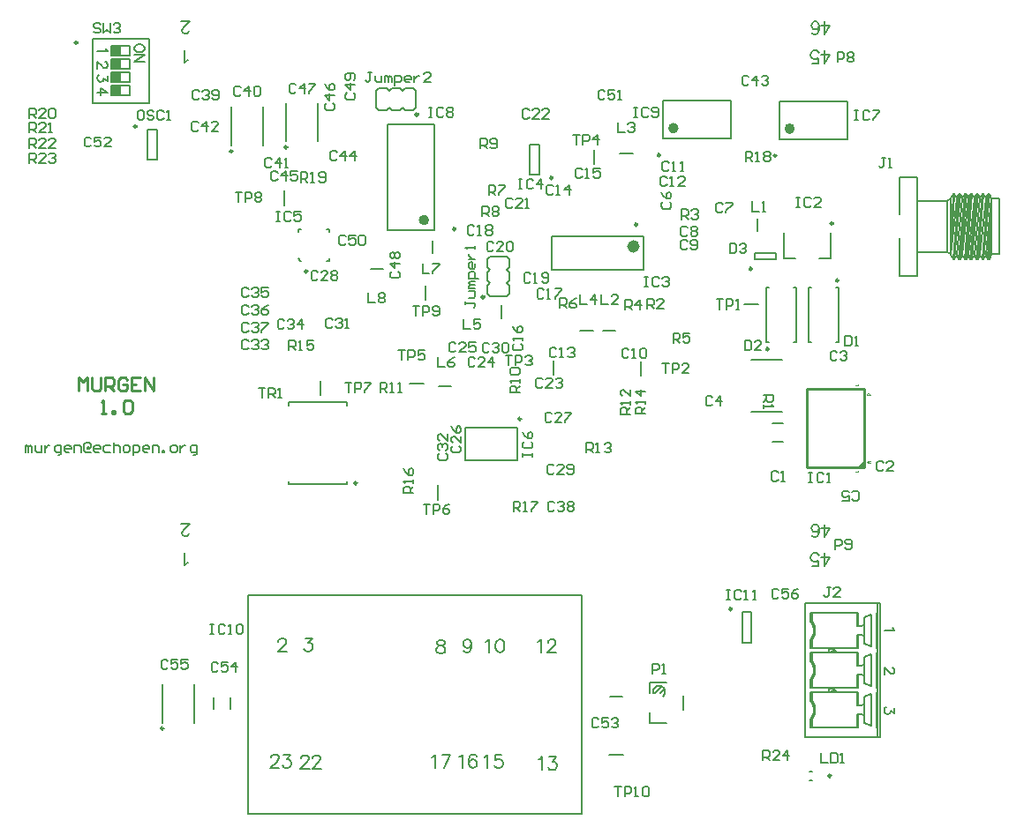
<source format=gto>
G04 Layer_Color=65535*
%FSLAX23Y23*%
%MOIN*%
G70*
G01*
G75*
%ADD50C,0.010*%
%ADD74C,0.010*%
%ADD75C,0.020*%
%ADD76C,0.024*%
%ADD77C,0.008*%
%ADD78C,0.012*%
%ADD79C,0.007*%
%ADD80C,0.005*%
%ADD81C,0.004*%
%ADD82C,0.006*%
%ADD83R,0.035X0.035*%
D50*
X3042Y711D02*
X3258D01*
X3042Y416D02*
Y711D01*
Y416D02*
X3258D01*
Y711D01*
X3239Y416D02*
X3258Y436D01*
X377Y620D02*
X394D01*
X385D01*
Y670D01*
X377Y662D01*
X419Y620D02*
Y628D01*
X427D01*
Y620D01*
X419D01*
X460Y662D02*
X469Y670D01*
X485D01*
X494Y662D01*
Y628D01*
X485Y620D01*
X469D01*
X460Y628D01*
Y662D01*
X292Y705D02*
Y755D01*
X309Y738D01*
X325Y755D01*
Y705D01*
X342Y755D02*
Y713D01*
X350Y705D01*
X367D01*
X375Y713D01*
Y755D01*
X392Y705D02*
Y755D01*
X417D01*
X425Y747D01*
Y730D01*
X417Y722D01*
X392D01*
X409D02*
X425Y705D01*
X475Y747D02*
X467Y755D01*
X450D01*
X442Y747D01*
Y713D01*
X450Y705D01*
X467D01*
X475Y713D01*
Y730D01*
X459D01*
X525Y755D02*
X492D01*
Y705D01*
X525D01*
X492Y730D02*
X509D01*
X542Y705D02*
Y755D01*
X575Y705D01*
Y755D01*
D74*
X2487Y1596D02*
G03*
X2487Y1596I-5J0D01*
G01*
X2926Y1594D02*
G03*
X2926Y1594I-5J0D01*
G01*
X2834Y1166D02*
G03*
X2834Y1166I-5J0D01*
G01*
X2401Y1334D02*
G03*
X2401Y1334I-5J0D01*
G01*
X1714Y1317D02*
G03*
X1714Y1317I-5J0D01*
G01*
X1079Y1626D02*
G03*
X1079Y1626I-5J0D01*
G01*
X872Y1611D02*
G03*
X872Y1611I-5J0D01*
G01*
X510Y1704D02*
G03*
X510Y1704I-5J0D01*
G01*
X287Y2021D02*
G03*
X287Y2021I-5J0D01*
G01*
X2757Y-120D02*
G03*
X2757Y-120I-5J0D01*
G01*
X612Y-571D02*
G03*
X612Y-571I-5J0D01*
G01*
X3140Y1338D02*
G03*
X3140Y1338I-5J0D01*
G01*
X2897Y863D02*
G03*
X2897Y863I-5J0D01*
G01*
X3161Y1122D02*
G03*
X3161Y1122I-5J0D01*
G01*
X1962Y599D02*
G03*
X1962Y599I-5J0D01*
G01*
X1342Y356D02*
G03*
X1342Y356I-5J0D01*
G01*
X1155Y1157D02*
G03*
X1155Y1157I-5J0D01*
G01*
X3132Y-750D02*
G03*
X3132Y-750I-5J0D01*
G01*
X2081Y1510D02*
G03*
X2081Y1510I-5J0D01*
G01*
D75*
X2547Y1698D02*
G03*
X2547Y1698I-10J0D01*
G01*
X2986Y1696D02*
G03*
X2986Y1696I-10J0D01*
G01*
X1605Y1351D02*
G03*
X1605Y1351I-10J0D01*
G01*
D76*
X2398Y1251D02*
G03*
X2398Y1251I-12J0D01*
G01*
D77*
X2498Y-448D02*
G03*
X2462Y-438I-15J16D01*
G01*
X2498Y-451D02*
G03*
X2460Y-438I-15J18D01*
G01*
X3061Y-536D02*
G03*
X3061Y-466I-47J35D01*
G01*
X3056Y-535D02*
G03*
X3056Y-467I-42J34D01*
G01*
X3257Y-525D02*
G03*
X3249Y-517I-8J0D01*
G01*
Y-485D02*
G03*
X3257Y-477I0J8D01*
G01*
X3059Y-536D02*
G03*
X3061Y-536I117J343D01*
G01*
X3059Y-466D02*
G03*
X3056Y-467I108J-317D01*
G01*
X3061Y-386D02*
G03*
X3061Y-316I-47J35D01*
G01*
X3056Y-385D02*
G03*
X3056Y-317I-42J34D01*
G01*
X3257Y-375D02*
G03*
X3249Y-367I-8J0D01*
G01*
Y-335D02*
G03*
X3257Y-327I0J8D01*
G01*
X3059Y-386D02*
G03*
X3061Y-386I117J343D01*
G01*
X3059Y-316D02*
G03*
X3056Y-317I108J-317D01*
G01*
X3061Y-236D02*
G03*
X3061Y-166I-47J35D01*
G01*
X3056Y-235D02*
G03*
X3056Y-167I-42J34D01*
G01*
X3257Y-225D02*
G03*
X3249Y-217I-8J0D01*
G01*
Y-185D02*
G03*
X3257Y-177I0J8D01*
G01*
X3059Y-236D02*
G03*
X3061Y-236I117J343D01*
G01*
X3059Y-166D02*
G03*
X3056Y-167I108J-317D01*
G01*
X2293Y-672D02*
X2347D01*
X1887Y980D02*
Y1028D01*
X2912Y583D02*
X2952D01*
X2912Y513D02*
X2952D01*
X1628Y1225D02*
Y1273D01*
X1394Y1166D02*
X1442D01*
X1541Y731D02*
X1595D01*
X1648Y294D02*
Y348D01*
X2271Y932D02*
X2318D01*
X2186Y932D02*
X2233D01*
X2086Y765D02*
Y818D01*
X2414Y762D02*
Y815D01*
X2498Y1658D02*
X2754D01*
X2498D02*
Y1802D01*
X2754D01*
Y1658D02*
Y1802D01*
X2937Y1656D02*
X3193D01*
X2937D02*
Y1800D01*
X3193D01*
Y1656D02*
Y1800D01*
X2845Y1204D02*
X2923D01*
X2845D02*
Y1226D01*
X2923D01*
Y1204D02*
Y1226D01*
X2805Y1034D02*
X2859D01*
X2855Y1309D02*
Y1356D01*
X2335Y1602D02*
X2383D01*
X2237Y1563D02*
Y1616D01*
X2079Y1290D02*
X2425D01*
X2079Y1164D02*
X2425D01*
Y1290D01*
X2079Y1164D02*
Y1290D01*
X1635Y1312D02*
Y1713D01*
X1457Y1312D02*
X1635D01*
X1457D02*
Y1713D01*
X1635D01*
X1194Y1648D02*
Y1794D01*
X1076Y1648D02*
Y1794D01*
X1068Y1407D02*
Y1461D01*
X987Y1633D02*
Y1778D01*
X869Y1633D02*
Y1778D01*
X551Y1578D02*
Y1693D01*
X589D01*
Y1578D02*
Y1693D01*
X551Y1578D02*
X589D01*
X345Y1793D02*
Y2037D01*
X557D01*
Y1793D02*
Y2037D01*
X345Y1793D02*
X557D01*
X416Y1824D02*
Y1860D01*
X486D01*
X486Y1824D02*
X486Y1860D01*
X416Y1874D02*
X486D01*
X416D02*
Y1910D01*
X486D01*
X486Y1874D02*
X486Y1910D01*
X416Y1924D02*
X486D01*
X416D02*
Y1960D01*
X486D01*
X486Y1924D02*
X486Y1960D01*
X416Y1974D02*
X486D01*
X416D02*
Y2010D01*
X486D01*
X486Y1974D02*
X486Y2010D01*
X416Y1824D02*
X486D01*
X1600Y1049D02*
Y1103D01*
X1206Y690D02*
Y744D01*
X931Y-895D02*
X2190D01*
X931D02*
Y-69D01*
X2190D01*
Y-895D02*
Y-69D01*
X2297Y-450D02*
X2343D01*
X2448Y-552D02*
X2512D01*
X2448D02*
Y-512D01*
Y-398D02*
X2512D01*
X2574Y-501D02*
Y-449D01*
X2467Y-438D02*
X2492Y-413D01*
X2488Y-438D02*
X2502Y-423D01*
X2448Y-438D02*
Y-398D01*
X2798Y-246D02*
X2832D01*
Y-132D01*
X2798D02*
X2832D01*
X2798Y-246D02*
Y-132D01*
X1907Y1164D02*
X1917Y1174D01*
X1907Y1164D02*
X1917Y1154D01*
Y1124D02*
Y1154D01*
X1907Y1114D02*
X1917Y1124D01*
X1907Y1114D02*
X1917Y1104D01*
Y1074D02*
Y1104D01*
Y1174D02*
Y1204D01*
X1907Y1214D02*
X1917Y1204D01*
X1907Y1064D02*
X1917Y1074D01*
X1843Y1214D02*
X1907D01*
X1833Y1074D02*
X1843Y1064D01*
X1833Y1204D02*
X1843Y1214D01*
X1833Y1174D02*
Y1204D01*
X1843Y1064D02*
X1907D01*
X1833Y1074D02*
Y1104D01*
X1843Y1114D01*
X1833Y1124D02*
X1843Y1114D01*
X1833Y1124D02*
Y1154D01*
X1843Y1164D01*
X1833Y1174D02*
X1843Y1164D01*
X1454Y1849D02*
X1464Y1839D01*
X1474Y1849D01*
X1504D01*
X1514Y1839D01*
X1524Y1849D01*
X1554D01*
X1424D02*
X1454D01*
X1414Y1839D02*
X1424Y1849D01*
X1554D02*
X1564Y1839D01*
X1414Y1775D02*
Y1839D01*
X1554Y1765D02*
X1564Y1775D01*
X1414D02*
X1424Y1765D01*
X1454D01*
X1564Y1775D02*
Y1839D01*
X1524Y1765D02*
X1554D01*
X1514Y1775D02*
X1524Y1765D01*
X1504D02*
X1514Y1775D01*
X1474Y1765D02*
X1504D01*
X1464Y1775D02*
X1474Y1765D01*
X1454D02*
X1464Y1775D01*
X727Y-550D02*
Y-404D01*
X609Y-550D02*
Y-404D01*
X3392Y1371D02*
Y1513D01*
X3457D01*
X3392Y1139D02*
X3457D01*
X3731Y1204D02*
X3739Y1431D01*
X3726Y1204D02*
X3739Y1431D01*
X3717Y1219D02*
X3739Y1431D01*
X3709Y1204D02*
X3731Y1448D01*
X3703Y1204D02*
X3726Y1448D01*
X3695Y1219D02*
X3717Y1433D01*
X3687Y1204D02*
X3709Y1448D01*
X3681Y1204D02*
X3703Y1448D01*
X3673Y1219D02*
X3695Y1433D01*
X3665Y1204D02*
X3687Y1448D01*
X3659Y1204D02*
X3681Y1448D01*
X3651Y1219D02*
X3673Y1433D01*
X3643Y1204D02*
X3665Y1448D01*
X3637Y1204D02*
X3659Y1448D01*
X3629Y1219D02*
X3651Y1433D01*
X3621Y1204D02*
X3643Y1448D01*
X3615Y1204D02*
X3637Y1448D01*
X3585Y1219D02*
X3599Y1448D01*
X3585Y1221D02*
X3593Y1448D01*
X3585Y1219D02*
X3607Y1433D01*
Y1219D02*
X3629Y1433D01*
X3599Y1204D02*
X3621Y1448D01*
X3593Y1204D02*
X3615Y1448D01*
X3457Y1423D02*
X3570D01*
X3739Y1431D02*
X3767D01*
Y1221D02*
Y1431D01*
X3739Y1221D02*
X3767D01*
X3457Y1230D02*
X3570D01*
Y1423D01*
Y1423D02*
X3585Y1431D01*
Y1219D02*
Y1433D01*
X3593Y1448D01*
X3599D01*
X3607Y1433D01*
X3615Y1448D01*
X3621D01*
X3629Y1433D01*
X3637Y1448D01*
X3643D01*
X3651Y1433D01*
X3659Y1448D01*
X3665D01*
X3673Y1433D01*
X3681Y1448D01*
X3687D01*
X3695Y1433D01*
X3703Y1448D01*
X3709D01*
X3717Y1433D01*
X3726Y1448D01*
X3731D01*
X3739Y1431D01*
Y1219D02*
Y1431D01*
X3731Y1204D02*
X3739Y1219D01*
X3726Y1204D02*
X3731D01*
X3717Y1219D02*
X3726Y1204D01*
X3709D02*
X3717Y1219D01*
X3703Y1204D02*
X3709D01*
X3695Y1219D02*
X3703Y1204D01*
X3687D02*
X3695Y1219D01*
X3681Y1204D02*
X3687D01*
X3673Y1219D02*
X3681Y1204D01*
X3665D02*
X3673Y1219D01*
X3659Y1204D02*
X3665D01*
X3651Y1219D02*
X3659Y1204D01*
X3643D02*
X3651Y1219D01*
X3637Y1204D02*
X3643D01*
X3629Y1219D02*
X3637Y1204D01*
X3621D02*
X3629Y1219D01*
X3615Y1204D02*
X3621D01*
X3607Y1219D02*
X3615Y1204D01*
X3599D02*
X3607Y1219D01*
X3593Y1204D02*
X3599D01*
X3585Y1219D02*
X3593Y1204D01*
X3570Y1230D02*
X3585Y1221D01*
X3392Y1139D02*
Y1281D01*
X3457Y1139D02*
Y1513D01*
X2954Y1206D02*
X2998D01*
X3088D02*
X3132D01*
X2954D02*
Y1304D01*
X3132Y1206D02*
Y1304D01*
X2887Y888D02*
Y1097D01*
X3001Y888D02*
Y1097D01*
X2887Y888D02*
X2898D01*
X2887Y1097D02*
X2898D01*
X2990Y888D02*
X3001D01*
X2990Y1097D02*
X3001D01*
X3161Y888D02*
Y1097D01*
X3047Y888D02*
Y1097D01*
X3150D02*
X3161D01*
X3150Y888D02*
X3161D01*
X3047Y1097D02*
X3058D01*
X3047Y888D02*
X3058D01*
X2830Y626D02*
X2948D01*
X2830Y823D02*
X2948D01*
X1751Y566D02*
X1947D01*
X1751Y444D02*
X1947D01*
Y566D01*
X1751Y444D02*
Y566D01*
X1650Y724D02*
X1697D01*
X1303Y650D02*
Y661D01*
X1083Y650D02*
Y661D01*
X1303Y351D02*
Y362D01*
X1083Y351D02*
Y362D01*
Y351D02*
X1303D01*
X1083Y661D02*
X1303D01*
X1239Y1305D02*
Y1315D01*
X1229D02*
X1239D01*
Y1197D02*
Y1207D01*
X1229Y1197D02*
X1239D01*
X1121Y1305D02*
Y1315D01*
X1131D01*
X1121Y1205D02*
Y1207D01*
Y1205D02*
X1129Y1197D01*
X1131D01*
X863Y-499D02*
Y-455D01*
X801Y-499D02*
Y-455D01*
X3034Y-99D02*
X3319D01*
X3306Y-568D02*
X3309D01*
X3056D02*
Y-535D01*
X3231Y-568D02*
Y-517D01*
X3056Y-434D02*
X3236D01*
X3061Y-568D02*
Y-536D01*
X3056Y-467D02*
Y-434D01*
X3061Y-466D02*
Y-434D01*
X3056Y-568D02*
X3236D01*
X3306D02*
Y-568D01*
Y-434D01*
X3309Y-568D02*
Y-568D01*
X3236Y-485D02*
Y-434D01*
X3257Y-452D02*
X3284Y-442D01*
Y-560D02*
Y-442D01*
X3257Y-550D02*
X3284Y-560D01*
X3236Y-568D02*
Y-517D01*
X3231Y-485D02*
X3249D01*
X3231Y-517D02*
X3249D01*
X3257Y-550D02*
Y-452D01*
X3231Y-485D02*
Y-434D01*
X3057Y-535D02*
X3059Y-536D01*
X3056Y-535D02*
X3057Y-535D01*
X3059Y-466D02*
X3060Y-466D01*
X3061Y-466D01*
X3309Y-434D02*
Y-434D01*
X3306Y-434D02*
Y-434D01*
X3309D01*
X3306Y-418D02*
X3309D01*
X3056D02*
Y-385D01*
X3231Y-418D02*
Y-367D01*
X3056Y-284D02*
X3236D01*
X3061Y-418D02*
Y-386D01*
X3056Y-317D02*
Y-284D01*
X3061Y-316D02*
Y-284D01*
X3056Y-418D02*
X3236D01*
X3124Y-419D02*
X3152Y-426D01*
X3124Y-433D02*
X3152Y-426D01*
X3306Y-418D02*
Y-418D01*
Y-284D01*
X3309Y-418D02*
Y-418D01*
X3236Y-335D02*
Y-284D01*
X3257Y-302D02*
X3284Y-292D01*
Y-410D02*
Y-292D01*
X3257Y-400D02*
X3284Y-410D01*
X3236Y-418D02*
Y-367D01*
X3231Y-335D02*
X3249D01*
X3231Y-367D02*
X3249D01*
X3257Y-400D02*
Y-302D01*
X3231Y-335D02*
Y-284D01*
X3124Y-433D02*
Y-419D01*
X3057Y-385D02*
X3059Y-386D01*
X3056Y-385D02*
X3057Y-385D01*
X3059Y-316D02*
X3060Y-316D01*
X3061Y-316D01*
X3309Y-284D02*
Y-284D01*
X3306Y-284D02*
Y-284D01*
X3309D01*
X3306Y-268D02*
X3309D01*
X3056D02*
Y-235D01*
X3231Y-268D02*
Y-217D01*
X3056Y-134D02*
X3236D01*
X3061Y-268D02*
Y-236D01*
X3056Y-167D02*
Y-134D01*
X3061Y-166D02*
Y-134D01*
X3056Y-268D02*
X3236D01*
X3124Y-269D02*
X3152Y-276D01*
X3124Y-283D02*
X3152Y-276D01*
X3306Y-268D02*
Y-268D01*
Y-134D01*
X3309Y-268D02*
Y-268D01*
X3236Y-185D02*
Y-134D01*
X3257Y-152D02*
X3284Y-142D01*
Y-260D02*
Y-142D01*
X3257Y-250D02*
X3284Y-260D01*
X3236Y-268D02*
Y-217D01*
X3231Y-185D02*
X3249D01*
X3231Y-217D02*
X3249D01*
X3257Y-250D02*
Y-152D01*
X3231Y-185D02*
Y-134D01*
X3124Y-283D02*
Y-269D01*
X3057Y-235D02*
X3059Y-236D01*
X3056Y-235D02*
X3057Y-235D01*
X3059Y-166D02*
X3060Y-166D01*
X3061Y-166D01*
X3309Y-134D02*
Y-134D01*
X3306Y-134D02*
Y-134D01*
X3309D01*
X3034Y-603D02*
X3319D01*
X3309D02*
Y-99D01*
X3034Y-603D02*
Y-99D01*
X3319Y-603D02*
Y-99D01*
X3052Y-734D02*
X3060D01*
X3052Y-766D02*
X3060D01*
X1993Y1635D02*
X2030D01*
X1993Y1521D02*
Y1635D01*
Y1521D02*
X2030D01*
Y1635D01*
X393Y2000D02*
X395Y1996D01*
X400Y1990D01*
X361D01*
X391Y1948D02*
X393D01*
X397Y1946D01*
X398Y1944D01*
X400Y1940D01*
Y1933D01*
X398Y1929D01*
X397Y1927D01*
X393Y1926D01*
X389D01*
X385Y1927D01*
X380Y1931D01*
X361Y1950D01*
Y1924D01*
X540Y2004D02*
X538Y2007D01*
X535Y2011D01*
X531Y2013D01*
X525Y2015D01*
X516D01*
X510Y2013D01*
X507Y2011D01*
X503Y2007D01*
X501Y2004D01*
Y1996D01*
X503Y1992D01*
X507Y1989D01*
X510Y1987D01*
X516Y1985D01*
X525D01*
X531Y1987D01*
X535Y1989D01*
X538Y1992D01*
X540Y1996D01*
Y2004D01*
Y1976D02*
X501D01*
X540D02*
X501Y1949D01*
X540D02*
X501D01*
X400Y1896D02*
Y1876D01*
X385Y1887D01*
Y1881D01*
X383Y1877D01*
X382Y1876D01*
X376Y1874D01*
X372D01*
X367Y1876D01*
X363Y1879D01*
X361Y1885D01*
Y1890D01*
X363Y1896D01*
X365Y1898D01*
X368Y1900D01*
X400Y1831D02*
X374Y1850D01*
Y1822D01*
X400Y1831D02*
X361D01*
X703Y1955D02*
X698Y1953D01*
X692Y1946D01*
Y1994D01*
X709Y2067D02*
Y2065D01*
X706Y2060D01*
X704Y2058D01*
X700Y2056D01*
X691D01*
X686Y2058D01*
X684Y2060D01*
X682Y2065D01*
Y2069D01*
X684Y2074D01*
X688Y2080D01*
X711Y2103D01*
X679D01*
X3107Y1943D02*
X3129Y1975D01*
X3095D01*
X3107Y1943D02*
Y1991D01*
X3060Y1943D02*
X3083D01*
X3085Y1964D01*
X3083Y1961D01*
X3076Y1959D01*
X3069D01*
X3062Y1961D01*
X3058Y1966D01*
X3056Y1973D01*
Y1977D01*
X3058Y1984D01*
X3062Y1988D01*
X3069Y1991D01*
X3076D01*
X3083Y1988D01*
X3085Y1986D01*
X3087Y1982D01*
X3107Y2053D02*
X3129Y2085D01*
X3095D01*
X3107Y2053D02*
Y2101D01*
X3060Y2060D02*
X3062Y2056D01*
X3069Y2053D01*
X3074D01*
X3080Y2056D01*
X3085Y2062D01*
X3087Y2074D01*
Y2085D01*
X3085Y2094D01*
X3080Y2098D01*
X3074Y2101D01*
X3071D01*
X3065Y2098D01*
X3060Y2094D01*
X3058Y2087D01*
Y2085D01*
X3060Y2078D01*
X3065Y2074D01*
X3071Y2071D01*
X3074D01*
X3080Y2074D01*
X3085Y2078D01*
X3087Y2085D01*
X703Y55D02*
X698Y53D01*
X692Y46D01*
Y94D01*
X709Y167D02*
Y165D01*
X706Y160D01*
X704Y158D01*
X700Y156D01*
X691D01*
X686Y158D01*
X684Y160D01*
X682Y165D01*
Y169D01*
X684Y174D01*
X688Y180D01*
X711Y203D01*
X679D01*
X3107Y43D02*
X3129Y75D01*
X3095D01*
X3107Y43D02*
Y91D01*
X3060Y43D02*
X3083D01*
X3085Y64D01*
X3083Y61D01*
X3076Y59D01*
X3069D01*
X3062Y61D01*
X3058Y66D01*
X3056Y73D01*
Y77D01*
X3058Y84D01*
X3062Y88D01*
X3069Y91D01*
X3076D01*
X3083Y88D01*
X3085Y86D01*
X3087Y82D01*
X3107Y153D02*
X3129Y185D01*
X3095D01*
X3107Y153D02*
Y200D01*
X3060Y160D02*
X3062Y156D01*
X3069Y153D01*
X3074D01*
X3080Y156D01*
X3085Y162D01*
X3087Y174D01*
Y185D01*
X3085Y194D01*
X3080Y198D01*
X3074Y200D01*
X3071D01*
X3065Y198D01*
X3060Y194D01*
X3058Y187D01*
Y185D01*
X3060Y178D01*
X3065Y174D01*
X3071Y171D01*
X3074D01*
X3080Y174D01*
X3085Y178D01*
X3087Y185D01*
D78*
X1822Y1060D02*
G03*
X1822Y1060I-4J0D01*
G01*
X1572Y1750D02*
G03*
X1572Y1750I-4J0D01*
G01*
D79*
X2316Y-792D02*
X2341D01*
X2329D01*
Y-829D01*
X2353D02*
Y-792D01*
X2372D01*
X2378Y-798D01*
Y-811D01*
X2372Y-817D01*
X2353D01*
X2390Y-829D02*
X2403D01*
X2396D01*
Y-792D01*
X2390Y-798D01*
X2421D02*
X2427Y-792D01*
X2440D01*
X2446Y-798D01*
Y-823D01*
X2440Y-829D01*
X2427D01*
X2421Y-823D01*
Y-798D01*
X1386Y1075D02*
Y1038D01*
X1411D01*
X1423Y1069D02*
X1430Y1075D01*
X1442D01*
X1448Y1069D01*
Y1063D01*
X1442Y1057D01*
X1448Y1051D01*
Y1044D01*
X1442Y1038D01*
X1430D01*
X1423Y1044D01*
Y1051D01*
X1430Y1057D01*
X1423Y1063D01*
Y1069D01*
X1430Y1057D02*
X1442D01*
X1591Y1187D02*
Y1150D01*
X1616D01*
X1628Y1187D02*
X1653D01*
Y1181D01*
X1628Y1156D01*
Y1150D01*
X1554Y1026D02*
X1579D01*
X1566D01*
Y989D01*
X1591D02*
Y1026D01*
X1609D01*
X1616Y1020D01*
Y1007D01*
X1609Y1001D01*
X1591D01*
X1628Y995D02*
X1634Y989D01*
X1646D01*
X1653Y995D01*
Y1020D01*
X1646Y1026D01*
X1634D01*
X1628Y1020D01*
Y1014D01*
X1634Y1007D01*
X1653D01*
X2935Y-49D02*
X2928Y-43D01*
X2916D01*
X2910Y-49D01*
Y-74D01*
X2916Y-80D01*
X2928D01*
X2935Y-74D01*
X2972Y-43D02*
X2947D01*
Y-62D01*
X2959Y-55D01*
X2965D01*
X2972Y-62D01*
Y-74D01*
X2965Y-80D01*
X2953D01*
X2947Y-74D01*
X3009Y-43D02*
X2996Y-49D01*
X2984Y-62D01*
Y-74D01*
X2990Y-80D01*
X3002D01*
X3009Y-74D01*
Y-68D01*
X3002Y-62D01*
X2984D01*
X2876Y-692D02*
Y-655D01*
X2895D01*
X2901Y-661D01*
Y-674D01*
X2895Y-680D01*
X2876D01*
X2888D02*
X2901Y-692D01*
X2938D02*
X2913D01*
X2938Y-667D01*
Y-661D01*
X2932Y-655D01*
X2919D01*
X2913Y-661D01*
X2969Y-692D02*
Y-655D01*
X2950Y-674D01*
X2975D01*
X3095Y-665D02*
Y-702D01*
X3120D01*
X3132Y-665D02*
Y-702D01*
X3150D01*
X3157Y-696D01*
Y-671D01*
X3150Y-665D01*
X3132D01*
X3169Y-702D02*
X3181D01*
X3175D01*
Y-665D01*
X3169Y-671D01*
X2738Y-47D02*
X2750D01*
X2744D01*
Y-84D01*
X2738D01*
X2750D01*
X2793Y-53D02*
X2787Y-47D01*
X2775D01*
X2769Y-53D01*
Y-78D01*
X2775Y-84D01*
X2787D01*
X2793Y-78D01*
X2806Y-84D02*
X2818D01*
X2812D01*
Y-47D01*
X2806Y-53D01*
X2837Y-84D02*
X2849D01*
X2843D01*
Y-47D01*
X2837Y-53D01*
X1399Y1909D02*
X1386D01*
X1392D01*
Y1878D01*
X1386Y1872D01*
X1380D01*
X1374Y1878D01*
X1411Y1897D02*
Y1878D01*
X1417Y1872D01*
X1436D01*
Y1897D01*
X1448Y1872D02*
Y1897D01*
X1454D01*
X1460Y1890D01*
Y1872D01*
Y1890D01*
X1466Y1897D01*
X1473Y1890D01*
Y1872D01*
X1485Y1860D02*
Y1897D01*
X1503D01*
X1510Y1890D01*
Y1878D01*
X1503Y1872D01*
X1485D01*
X1540D02*
X1528D01*
X1522Y1878D01*
Y1890D01*
X1528Y1897D01*
X1540D01*
X1547Y1890D01*
Y1884D01*
X1522D01*
X1559Y1897D02*
Y1872D01*
Y1884D01*
X1565Y1890D01*
X1571Y1897D01*
X1577D01*
X1621Y1872D02*
X1596D01*
X1621Y1897D01*
Y1903D01*
X1614Y1909D01*
X1602D01*
X1596Y1903D01*
X1752Y1044D02*
Y1031D01*
Y1037D01*
X1783D01*
X1789Y1031D01*
Y1025D01*
X1783Y1019D01*
X1764Y1056D02*
X1783D01*
X1789Y1062D01*
Y1081D01*
X1764D01*
X1789Y1093D02*
X1764D01*
Y1099D01*
X1771Y1105D01*
X1789D01*
X1771D01*
X1764Y1111D01*
X1771Y1118D01*
X1789D01*
X1801Y1130D02*
X1764D01*
Y1148D01*
X1771Y1155D01*
X1783D01*
X1789Y1148D01*
Y1130D01*
Y1185D02*
Y1173D01*
X1783Y1167D01*
X1771D01*
X1764Y1173D01*
Y1185D01*
X1771Y1192D01*
X1777D01*
Y1167D01*
X1764Y1204D02*
X1789D01*
X1777D01*
X1771Y1210D01*
X1764Y1216D01*
Y1222D01*
X1789Y1241D02*
Y1253D01*
Y1247D01*
X1752D01*
X1758Y1241D01*
X629Y-316D02*
X622Y-310D01*
X610D01*
X604Y-316D01*
Y-341D01*
X610Y-347D01*
X622D01*
X629Y-341D01*
X666Y-310D02*
X641D01*
Y-329D01*
X653Y-322D01*
X659D01*
X666Y-329D01*
Y-341D01*
X659Y-347D01*
X647D01*
X641Y-341D01*
X703Y-310D02*
X678D01*
Y-329D01*
X690Y-322D01*
X696D01*
X703Y-329D01*
Y-341D01*
X696Y-347D01*
X684D01*
X678Y-341D01*
X2158Y1674D02*
X2183D01*
X2170D01*
Y1637D01*
X2195D02*
Y1674D01*
X2213D01*
X2220Y1668D01*
Y1655D01*
X2213Y1649D01*
X2195D01*
X2250Y1637D02*
Y1674D01*
X2232Y1655D01*
X2257D01*
X2496Y810D02*
X2521D01*
X2508D01*
Y773D01*
X2533D02*
Y810D01*
X2551D01*
X2558Y804D01*
Y791D01*
X2551Y785D01*
X2533D01*
X2595Y773D02*
X2570D01*
X2595Y797D01*
Y804D01*
X2588Y810D01*
X2576D01*
X2570Y804D01*
X1904Y838D02*
X1929D01*
X1916D01*
Y801D01*
X1941D02*
Y838D01*
X1959D01*
X1966Y832D01*
Y819D01*
X1959Y813D01*
X1941D01*
X1978Y832D02*
X1984Y838D01*
X1996D01*
X2003Y832D01*
Y826D01*
X1996Y819D01*
X1990D01*
X1996D01*
X2003Y813D01*
Y807D01*
X1996Y801D01*
X1984D01*
X1978Y807D01*
X2700Y1051D02*
X2725D01*
X2712D01*
Y1014D01*
X2737D02*
Y1051D01*
X2755D01*
X2762Y1045D01*
Y1032D01*
X2755Y1026D01*
X2737D01*
X2774Y1014D02*
X2786D01*
X2780D01*
Y1051D01*
X2774Y1045D01*
X1499Y858D02*
X1524D01*
X1511D01*
Y821D01*
X1536D02*
Y858D01*
X1554D01*
X1561Y852D01*
Y839D01*
X1554Y833D01*
X1536D01*
X1598Y858D02*
X1573D01*
Y839D01*
X1585Y846D01*
X1591D01*
X1598Y839D01*
Y827D01*
X1591Y821D01*
X1579D01*
X1573Y827D01*
X1593Y277D02*
X1617D01*
X1605D01*
Y240D01*
X1630D02*
Y277D01*
X1648D01*
X1654Y271D01*
Y258D01*
X1648Y252D01*
X1630D01*
X1691Y277D02*
X1679Y271D01*
X1667Y258D01*
Y246D01*
X1673Y240D01*
X1685D01*
X1691Y246D01*
Y252D01*
X1685Y258D01*
X1667D01*
X1297Y737D02*
X1322D01*
X1310D01*
Y700D01*
X1334D02*
Y737D01*
X1353D01*
X1359Y731D01*
Y718D01*
X1353Y712D01*
X1334D01*
X1371Y737D02*
X1396D01*
Y731D01*
X1371Y706D01*
Y700D01*
X883Y1456D02*
X908D01*
X895D01*
Y1419D01*
X920D02*
Y1456D01*
X938D01*
X945Y1450D01*
Y1437D01*
X938Y1431D01*
X920D01*
X957Y1450D02*
X963Y1456D01*
X975D01*
X982Y1450D01*
Y1444D01*
X975Y1437D01*
X982Y1431D01*
Y1425D01*
X975Y1419D01*
X963D01*
X957Y1425D01*
Y1431D01*
X963Y1437D01*
X957Y1444D01*
Y1450D01*
X963Y1437D02*
X975D01*
X3148Y107D02*
Y144D01*
X3166D01*
X3173Y138D01*
Y125D01*
X3166Y119D01*
X3148D01*
X3185Y113D02*
X3191Y107D01*
X3203D01*
X3210Y113D01*
Y138D01*
X3203Y144D01*
X3191D01*
X3185Y138D01*
Y132D01*
X3191Y125D01*
X3210D01*
X3157Y1948D02*
Y1985D01*
X3175D01*
X3182Y1979D01*
Y1966D01*
X3175Y1960D01*
X3157D01*
X3194Y1979D02*
X3200Y1985D01*
X3212D01*
X3219Y1979D01*
Y1973D01*
X3212Y1966D01*
X3219Y1960D01*
Y1954D01*
X3212Y1948D01*
X3200D01*
X3194Y1954D01*
Y1960D01*
X3200Y1966D01*
X3194Y1973D01*
Y1979D01*
X3200Y1966D02*
X3212D01*
X971Y716D02*
X996D01*
X983D01*
Y679D01*
X1008D02*
Y716D01*
X1026D01*
X1033Y710D01*
Y697D01*
X1026Y691D01*
X1008D01*
X1020D02*
X1033Y679D01*
X1045D02*
X1057D01*
X1051D01*
Y716D01*
X1045Y710D01*
X374Y2089D02*
X367Y2095D01*
X355D01*
X349Y2089D01*
Y2083D01*
X355Y2076D01*
X367D01*
X374Y2070D01*
Y2064D01*
X367Y2058D01*
X355D01*
X349Y2064D01*
X386Y2095D02*
Y2058D01*
X398Y2070D01*
X411Y2058D01*
Y2095D01*
X423Y2089D02*
X429Y2095D01*
X441D01*
X448Y2089D01*
Y2083D01*
X441Y2076D01*
X435D01*
X441D01*
X448Y2070D01*
Y2064D01*
X441Y2058D01*
X429D01*
X423Y2064D01*
X105Y1567D02*
Y1604D01*
X124D01*
X130Y1598D01*
Y1585D01*
X124Y1579D01*
X105D01*
X118D02*
X130Y1567D01*
X167D02*
X142D01*
X167Y1592D01*
Y1598D01*
X161Y1604D01*
X148D01*
X142Y1598D01*
X179D02*
X185Y1604D01*
X198D01*
X204Y1598D01*
Y1592D01*
X198Y1585D01*
X192D01*
X198D01*
X204Y1579D01*
Y1573D01*
X198Y1567D01*
X185D01*
X179Y1573D01*
X105Y1623D02*
Y1660D01*
X124D01*
X130Y1654D01*
Y1641D01*
X124Y1635D01*
X105D01*
X118D02*
X130Y1623D01*
X167D02*
X142D01*
X167Y1648D01*
Y1654D01*
X161Y1660D01*
X148D01*
X142Y1654D01*
X204Y1623D02*
X179D01*
X204Y1648D01*
Y1654D01*
X198Y1660D01*
X185D01*
X179Y1654D01*
X105Y1681D02*
Y1718D01*
X124D01*
X130Y1712D01*
Y1699D01*
X124Y1693D01*
X105D01*
X118D02*
X130Y1681D01*
X167D02*
X142D01*
X167Y1705D01*
Y1712D01*
X161Y1718D01*
X148D01*
X142Y1712D01*
X179Y1681D02*
X192D01*
X185D01*
Y1718D01*
X179Y1712D01*
X105Y1736D02*
Y1773D01*
X124D01*
X130Y1767D01*
Y1754D01*
X124Y1748D01*
X105D01*
X118D02*
X130Y1736D01*
X167D02*
X142D01*
X167Y1761D01*
Y1767D01*
X161Y1773D01*
X148D01*
X142Y1767D01*
X179D02*
X185Y1773D01*
X198D01*
X204Y1767D01*
Y1742D01*
X198Y1736D01*
X185D01*
X179Y1742D01*
Y1767D01*
X1131Y1494D02*
Y1531D01*
X1149D01*
X1155Y1525D01*
Y1512D01*
X1149Y1506D01*
X1131D01*
X1143D02*
X1155Y1494D01*
X1168D02*
X1180D01*
X1174D01*
Y1531D01*
X1168Y1525D01*
X1199Y1500D02*
X1205Y1494D01*
X1217D01*
X1223Y1500D01*
Y1525D01*
X1217Y1531D01*
X1205D01*
X1199Y1525D01*
Y1519D01*
X1205Y1512D01*
X1223D01*
X2811Y1573D02*
Y1610D01*
X2829D01*
X2836Y1604D01*
Y1591D01*
X2829Y1585D01*
X2811D01*
X2823D02*
X2836Y1573D01*
X2848D02*
X2860D01*
X2854D01*
Y1610D01*
X2848Y1604D01*
X2879D02*
X2885Y1610D01*
X2897D01*
X2903Y1604D01*
Y1598D01*
X2897Y1591D01*
X2903Y1585D01*
Y1579D01*
X2897Y1573D01*
X2885D01*
X2879Y1579D01*
Y1585D01*
X2885Y1591D01*
X2879Y1598D01*
Y1604D01*
X2885Y1591D02*
X2897D01*
X1934Y250D02*
Y287D01*
X1952D01*
X1959Y281D01*
Y268D01*
X1952Y262D01*
X1934D01*
X1946D02*
X1959Y250D01*
X1971D02*
X1983D01*
X1977D01*
Y287D01*
X1971Y281D01*
X2002Y287D02*
X2026D01*
Y281D01*
X2002Y256D01*
Y250D01*
X1556Y319D02*
X1519D01*
Y337D01*
X1525Y344D01*
X1538D01*
X1544Y337D01*
Y319D01*
Y331D02*
X1556Y344D01*
Y356D02*
Y368D01*
Y362D01*
X1519D01*
X1525Y356D01*
X1519Y411D02*
X1525Y399D01*
X1538Y387D01*
X1550D01*
X1556Y393D01*
Y405D01*
X1550Y411D01*
X1544D01*
X1538Y405D01*
Y387D01*
X1086Y859D02*
Y896D01*
X1104D01*
X1111Y890D01*
Y877D01*
X1104Y871D01*
X1086D01*
X1098D02*
X1111Y859D01*
X1123D02*
X1135D01*
X1129D01*
Y896D01*
X1123Y890D01*
X1178Y896D02*
X1154D01*
Y877D01*
X1166Y884D01*
X1172D01*
X1178Y877D01*
Y865D01*
X1172Y859D01*
X1160D01*
X1154Y865D01*
X2431Y618D02*
X2394D01*
Y636D01*
X2400Y643D01*
X2413D01*
X2419Y636D01*
Y618D01*
Y630D02*
X2431Y643D01*
Y655D02*
Y667D01*
Y661D01*
X2394D01*
X2400Y655D01*
X2431Y704D02*
X2394D01*
X2413Y686D01*
Y710D01*
X2209Y471D02*
Y508D01*
X2227D01*
X2234Y502D01*
Y489D01*
X2227Y483D01*
X2209D01*
X2221D02*
X2234Y471D01*
X2246D02*
X2258D01*
X2252D01*
Y508D01*
X2246Y502D01*
X2277D02*
X2283Y508D01*
X2295D01*
X2301Y502D01*
Y496D01*
X2295Y489D01*
X2289D01*
X2295D01*
X2301Y483D01*
Y477D01*
X2295Y471D01*
X2283D01*
X2277Y477D01*
X2374Y617D02*
X2337D01*
Y635D01*
X2343Y642D01*
X2356D01*
X2362Y635D01*
Y617D01*
Y629D02*
X2374Y642D01*
Y654D02*
Y666D01*
Y660D01*
X2337D01*
X2343Y654D01*
X2374Y709D02*
Y685D01*
X2349Y709D01*
X2343D01*
X2337Y703D01*
Y691D01*
X2343Y685D01*
X1431Y700D02*
Y737D01*
X1449D01*
X1455Y731D01*
Y718D01*
X1449Y712D01*
X1431D01*
X1443D02*
X1455Y700D01*
X1468D02*
X1480D01*
X1474D01*
Y737D01*
X1468Y731D01*
X1499Y700D02*
X1511D01*
X1505D01*
Y737D01*
X1499Y731D01*
X1957Y699D02*
X1920D01*
Y717D01*
X1926Y724D01*
X1939D01*
X1945Y717D01*
Y699D01*
Y711D02*
X1957Y724D01*
Y736D02*
Y748D01*
Y742D01*
X1920D01*
X1926Y736D01*
Y767D02*
X1920Y773D01*
Y785D01*
X1926Y791D01*
X1951D01*
X1957Y785D01*
Y773D01*
X1951Y767D01*
X1926D01*
X1809Y1621D02*
Y1658D01*
X1827D01*
X1834Y1652D01*
Y1639D01*
X1827Y1633D01*
X1809D01*
X1821D02*
X1834Y1621D01*
X1846Y1627D02*
X1852Y1621D01*
X1864D01*
X1871Y1627D01*
Y1652D01*
X1864Y1658D01*
X1852D01*
X1846Y1652D01*
Y1646D01*
X1852Y1639D01*
X1871D01*
X1816Y1365D02*
Y1402D01*
X1834D01*
X1841Y1396D01*
Y1383D01*
X1834Y1377D01*
X1816D01*
X1828D02*
X1841Y1365D01*
X1853Y1396D02*
X1859Y1402D01*
X1871D01*
X1878Y1396D01*
Y1390D01*
X1871Y1383D01*
X1878Y1377D01*
Y1371D01*
X1871Y1365D01*
X1859D01*
X1853Y1371D01*
Y1377D01*
X1859Y1383D01*
X1853Y1390D01*
Y1396D01*
X1859Y1383D02*
X1871D01*
X1840Y1445D02*
Y1482D01*
X1858D01*
X1865Y1476D01*
Y1464D01*
X1858Y1457D01*
X1840D01*
X1852D02*
X1865Y1445D01*
X1877Y1482D02*
X1902D01*
Y1476D01*
X1877Y1451D01*
Y1445D01*
X2109Y1018D02*
Y1055D01*
X2128D01*
X2134Y1049D01*
Y1036D01*
X2128Y1030D01*
X2109D01*
X2122D02*
X2134Y1018D01*
X2171Y1055D02*
X2159Y1049D01*
X2146Y1036D01*
Y1024D01*
X2153Y1018D01*
X2165D01*
X2171Y1024D01*
Y1030D01*
X2165Y1036D01*
X2146D01*
X2537Y887D02*
Y924D01*
X2555D01*
X2562Y918D01*
Y905D01*
X2555Y899D01*
X2537D01*
X2549D02*
X2562Y887D01*
X2599Y924D02*
X2574D01*
Y905D01*
X2586Y912D01*
X2592D01*
X2599Y905D01*
Y893D01*
X2592Y887D01*
X2580D01*
X2574Y893D01*
X2355Y1011D02*
Y1048D01*
X2374D01*
X2380Y1042D01*
Y1029D01*
X2374Y1023D01*
X2355D01*
X2368D02*
X2380Y1011D01*
X2411D02*
Y1048D01*
X2392Y1029D01*
X2417D01*
X2568Y1354D02*
Y1391D01*
X2586D01*
X2593Y1385D01*
Y1372D01*
X2586Y1366D01*
X2568D01*
X2580D02*
X2593Y1354D01*
X2605Y1385D02*
X2611Y1391D01*
X2623D01*
X2630Y1385D01*
Y1379D01*
X2623Y1372D01*
X2617D01*
X2623D01*
X2630Y1366D01*
Y1360D01*
X2623Y1354D01*
X2611D01*
X2605Y1360D01*
X2439Y1016D02*
Y1053D01*
X2457D01*
X2464Y1047D01*
Y1034D01*
X2457Y1028D01*
X2439D01*
X2451D02*
X2464Y1016D01*
X2501D02*
X2476D01*
X2501Y1041D01*
Y1047D01*
X2494Y1053D01*
X2482D01*
X2476Y1047D01*
X2877Y689D02*
X2914D01*
Y670D01*
X2908Y664D01*
X2895D01*
X2889Y670D01*
Y689D01*
Y677D02*
X2877Y664D01*
Y652D02*
Y640D01*
Y646D01*
X2914D01*
X2908Y652D01*
X2458Y-363D02*
Y-326D01*
X2476D01*
X2483Y-332D01*
Y-345D01*
X2476Y-351D01*
X2458D01*
X2495Y-363D02*
X2507D01*
X2501D01*
Y-326D01*
X2495Y-332D01*
X532Y1765D02*
X520D01*
X514Y1759D01*
Y1735D01*
X520Y1728D01*
X532D01*
X539Y1735D01*
Y1759D01*
X532Y1765D01*
X576Y1759D02*
X569Y1765D01*
X557D01*
X551Y1759D01*
Y1753D01*
X557Y1747D01*
X569D01*
X576Y1741D01*
Y1735D01*
X569Y1728D01*
X557D01*
X551Y1735D01*
X613Y1759D02*
X606Y1765D01*
X594D01*
X588Y1759D01*
Y1735D01*
X594Y1728D01*
X606D01*
X613Y1735D01*
X625Y1728D02*
X637D01*
X631D01*
Y1765D01*
X625Y1759D01*
X1648Y833D02*
Y796D01*
X1673D01*
X1710Y833D02*
X1697Y827D01*
X1685Y814D01*
Y802D01*
X1691Y796D01*
X1703D01*
X1710Y802D01*
Y808D01*
X1703Y814D01*
X1685D01*
X1746Y976D02*
Y939D01*
X1771D01*
X1808Y976D02*
X1783D01*
Y957D01*
X1795Y964D01*
X1801D01*
X1808Y957D01*
Y945D01*
X1801Y939D01*
X1789D01*
X1783Y945D01*
X2186Y1069D02*
Y1032D01*
X2211D01*
X2241D02*
Y1069D01*
X2223Y1050D01*
X2248D01*
X2329Y1720D02*
Y1683D01*
X2354D01*
X2366Y1714D02*
X2372Y1720D01*
X2384D01*
X2391Y1714D01*
Y1707D01*
X2384Y1701D01*
X2378D01*
X2384D01*
X2391Y1695D01*
Y1689D01*
X2384Y1683D01*
X2372D01*
X2366Y1689D01*
X2266Y1069D02*
Y1032D01*
X2291D01*
X2328D02*
X2303D01*
X2328Y1057D01*
Y1063D01*
X2321Y1069D01*
X2309D01*
X2303Y1063D01*
X2836Y1421D02*
Y1384D01*
X2861D01*
X2873D02*
X2885D01*
X2879D01*
Y1421D01*
X2873Y1415D01*
X3130Y-37D02*
X3117D01*
X3123D01*
Y-68D01*
X3117Y-74D01*
X3111D01*
X3105Y-68D01*
X3167Y-74D02*
X3142D01*
X3167Y-49D01*
Y-43D01*
X3160Y-37D01*
X3148D01*
X3142Y-43D01*
X3338Y1587D02*
X3325D01*
X3331D01*
Y1556D01*
X3325Y1550D01*
X3319D01*
X3313Y1556D01*
X3350Y1550D02*
X3362D01*
X3356D01*
Y1587D01*
X3350Y1581D01*
X789Y-177D02*
X801D01*
X795D01*
Y-214D01*
X789D01*
X801D01*
X844Y-183D02*
X838Y-177D01*
X826D01*
X820Y-183D01*
Y-208D01*
X826Y-214D01*
X838D01*
X844Y-208D01*
X857Y-214D02*
X869D01*
X863D01*
Y-177D01*
X857Y-183D01*
X888D02*
X894Y-177D01*
X906D01*
X912Y-183D01*
Y-208D01*
X906Y-214D01*
X894D01*
X888Y-208D01*
Y-183D01*
X2388Y1777D02*
X2400D01*
X2394D01*
Y1740D01*
X2388D01*
X2400D01*
X2443Y1771D02*
X2437Y1777D01*
X2425D01*
X2419Y1771D01*
Y1746D01*
X2425Y1740D01*
X2437D01*
X2443Y1746D01*
X2456D02*
X2462Y1740D01*
X2474D01*
X2480Y1746D01*
Y1771D01*
X2474Y1777D01*
X2462D01*
X2456Y1771D01*
Y1765D01*
X2462Y1759D01*
X2480D01*
X1614Y1777D02*
X1626D01*
X1620D01*
Y1740D01*
X1614D01*
X1626D01*
X1669Y1771D02*
X1663Y1777D01*
X1651D01*
X1645Y1771D01*
Y1746D01*
X1651Y1740D01*
X1663D01*
X1669Y1746D01*
X1682Y1771D02*
X1688Y1777D01*
X1700D01*
X1706Y1771D01*
Y1765D01*
X1700Y1759D01*
X1706Y1753D01*
Y1746D01*
X1700Y1740D01*
X1688D01*
X1682Y1746D01*
Y1753D01*
X1688Y1759D01*
X1682Y1765D01*
Y1771D01*
X1688Y1759D02*
X1700D01*
X3222Y1765D02*
X3234D01*
X3228D01*
Y1728D01*
X3222D01*
X3234D01*
X3277Y1759D02*
X3271Y1765D01*
X3259D01*
X3253Y1759D01*
Y1734D01*
X3259Y1728D01*
X3271D01*
X3277Y1734D01*
X3290Y1765D02*
X3314D01*
Y1759D01*
X3290Y1734D01*
Y1728D01*
X1969Y457D02*
Y469D01*
Y463D01*
X2006D01*
Y457D01*
Y469D01*
X1975Y512D02*
X1969Y506D01*
Y494D01*
X1975Y488D01*
X2000D01*
X2006Y494D01*
Y506D01*
X2000Y512D01*
X1969Y549D02*
X1975Y537D01*
X1987Y525D01*
X2000D01*
X2006Y531D01*
Y543D01*
X2000Y549D01*
X1993D01*
X1987Y543D01*
Y525D01*
X1038Y1384D02*
X1051D01*
X1045D01*
Y1347D01*
X1038D01*
X1051D01*
X1094Y1378D02*
X1088Y1384D01*
X1075D01*
X1069Y1378D01*
Y1353D01*
X1075Y1347D01*
X1088D01*
X1094Y1353D01*
X1131Y1384D02*
X1106D01*
Y1366D01*
X1119Y1372D01*
X1125D01*
X1131Y1366D01*
Y1353D01*
X1125Y1347D01*
X1112D01*
X1106Y1353D01*
X1953Y1505D02*
X1965D01*
X1959D01*
Y1468D01*
X1953D01*
X1965D01*
X2008Y1499D02*
X2002Y1505D01*
X1990D01*
X1984Y1499D01*
Y1474D01*
X1990Y1468D01*
X2002D01*
X2008Y1474D01*
X2039Y1468D02*
Y1505D01*
X2021Y1486D01*
X2045D01*
X2428Y1137D02*
X2440D01*
X2434D01*
Y1100D01*
X2428D01*
X2440D01*
X2483Y1130D02*
X2477Y1137D01*
X2465D01*
X2459Y1130D01*
Y1106D01*
X2465Y1100D01*
X2477D01*
X2483Y1106D01*
X2496Y1130D02*
X2502Y1137D01*
X2514D01*
X2520Y1130D01*
Y1124D01*
X2514Y1118D01*
X2508D01*
X2514D01*
X2520Y1112D01*
Y1106D01*
X2514Y1100D01*
X2502D01*
X2496Y1106D01*
X3001Y1437D02*
X3013D01*
X3007D01*
Y1400D01*
X3001D01*
X3013D01*
X3057Y1431D02*
X3050Y1437D01*
X3038D01*
X3032Y1431D01*
Y1406D01*
X3038Y1400D01*
X3050D01*
X3057Y1406D01*
X3094Y1400D02*
X3069D01*
X3094Y1424D01*
Y1431D01*
X3087Y1437D01*
X3075D01*
X3069Y1431D01*
X3049Y396D02*
X3061D01*
X3055D01*
Y359D01*
X3049D01*
X3061D01*
X3104Y390D02*
X3098Y396D01*
X3086D01*
X3080Y390D01*
Y365D01*
X3086Y359D01*
X3098D01*
X3104Y365D01*
X3117Y359D02*
X3129D01*
X3123D01*
Y396D01*
X3117Y390D01*
X2750Y1263D02*
Y1226D01*
X2768D01*
X2775Y1232D01*
Y1257D01*
X2768Y1263D01*
X2750D01*
X2787Y1257D02*
X2793Y1263D01*
X2805D01*
X2812Y1257D01*
Y1250D01*
X2805Y1244D01*
X2799D01*
X2805D01*
X2812Y1238D01*
Y1232D01*
X2805Y1226D01*
X2793D01*
X2787Y1232D01*
X2807Y895D02*
Y858D01*
X2825D01*
X2832Y864D01*
Y889D01*
X2825Y895D01*
X2807D01*
X2869Y858D02*
X2844D01*
X2869Y883D01*
Y889D01*
X2862Y895D01*
X2850D01*
X2844Y889D01*
X3186Y913D02*
Y876D01*
X3204D01*
X3211Y882D01*
Y907D01*
X3204Y913D01*
X3186D01*
X3223Y876D02*
X3235D01*
X3229D01*
Y913D01*
X3223Y907D01*
X818Y-326D02*
X811Y-320D01*
X799D01*
X793Y-326D01*
Y-351D01*
X799Y-357D01*
X811D01*
X818Y-351D01*
X855Y-320D02*
X830D01*
Y-339D01*
X842Y-332D01*
X848D01*
X855Y-339D01*
Y-351D01*
X848Y-357D01*
X836D01*
X830Y-351D01*
X885Y-357D02*
Y-320D01*
X867Y-339D01*
X892D01*
X2255Y-538D02*
X2248Y-532D01*
X2236D01*
X2230Y-538D01*
Y-563D01*
X2236Y-569D01*
X2248D01*
X2255Y-563D01*
X2292Y-532D02*
X2267D01*
Y-551D01*
X2279Y-544D01*
X2285D01*
X2292Y-551D01*
Y-563D01*
X2285Y-569D01*
X2273D01*
X2267Y-563D01*
X2304Y-538D02*
X2310Y-532D01*
X2322D01*
X2329Y-538D01*
Y-544D01*
X2322Y-551D01*
X2316D01*
X2322D01*
X2329Y-557D01*
Y-563D01*
X2322Y-569D01*
X2310D01*
X2304Y-563D01*
X339Y1658D02*
X332Y1664D01*
X320D01*
X314Y1658D01*
Y1634D01*
X320Y1628D01*
X332D01*
X339Y1634D01*
X376Y1664D02*
X351D01*
Y1646D01*
X363Y1652D01*
X369D01*
X376Y1646D01*
Y1634D01*
X369Y1628D01*
X357D01*
X351Y1634D01*
X413Y1628D02*
X388D01*
X413Y1652D01*
Y1658D01*
X406Y1664D01*
X394D01*
X388Y1658D01*
X2279Y1836D02*
X2272Y1842D01*
X2260D01*
X2254Y1836D01*
Y1811D01*
X2260Y1805D01*
X2272D01*
X2279Y1811D01*
X2316Y1842D02*
X2291D01*
Y1823D01*
X2303Y1830D01*
X2309D01*
X2316Y1823D01*
Y1811D01*
X2309Y1805D01*
X2297D01*
X2291Y1811D01*
X2328Y1805D02*
X2340D01*
X2334D01*
Y1842D01*
X2328Y1836D01*
X1300Y1288D02*
X1293Y1294D01*
X1281D01*
X1275Y1288D01*
Y1263D01*
X1281Y1257D01*
X1293D01*
X1300Y1263D01*
X1337Y1294D02*
X1312D01*
Y1275D01*
X1324Y1282D01*
X1330D01*
X1337Y1275D01*
Y1263D01*
X1330Y1257D01*
X1318D01*
X1312Y1263D01*
X1349Y1288D02*
X1355Y1294D01*
X1367D01*
X1374Y1288D01*
Y1263D01*
X1367Y1257D01*
X1355D01*
X1349Y1263D01*
Y1288D01*
X1305Y1831D02*
X1299Y1824D01*
Y1812D01*
X1305Y1806D01*
X1330D01*
X1336Y1812D01*
Y1824D01*
X1330Y1831D01*
X1336Y1861D02*
X1299D01*
X1318Y1843D01*
Y1868D01*
X1330Y1880D02*
X1336Y1886D01*
Y1898D01*
X1330Y1905D01*
X1305D01*
X1299Y1898D01*
Y1886D01*
X1305Y1880D01*
X1311D01*
X1318Y1886D01*
Y1905D01*
X1473Y1156D02*
X1467Y1149D01*
Y1137D01*
X1473Y1131D01*
X1498D01*
X1504Y1137D01*
Y1149D01*
X1498Y1156D01*
X1504Y1186D02*
X1467D01*
X1486Y1168D01*
Y1193D01*
X1473Y1205D02*
X1467Y1211D01*
Y1223D01*
X1473Y1230D01*
X1479D01*
X1486Y1223D01*
X1492Y1230D01*
X1498D01*
X1504Y1223D01*
Y1211D01*
X1498Y1205D01*
X1492D01*
X1486Y1211D01*
X1479Y1205D01*
X1473D01*
X1486Y1211D02*
Y1223D01*
X1112Y1861D02*
X1106Y1867D01*
X1094D01*
X1087Y1861D01*
Y1836D01*
X1094Y1830D01*
X1106D01*
X1112Y1836D01*
X1143Y1830D02*
Y1867D01*
X1124Y1848D01*
X1149D01*
X1161Y1867D02*
X1186D01*
Y1861D01*
X1161Y1836D01*
Y1830D01*
X1227Y1792D02*
X1221Y1785D01*
Y1773D01*
X1227Y1767D01*
X1252D01*
X1258Y1773D01*
Y1785D01*
X1252Y1792D01*
X1258Y1822D02*
X1221D01*
X1239Y1804D01*
Y1829D01*
X1221Y1866D02*
X1227Y1853D01*
X1239Y1841D01*
X1252D01*
X1258Y1847D01*
Y1859D01*
X1252Y1866D01*
X1245D01*
X1239Y1859D01*
Y1841D01*
X1043Y1530D02*
X1036Y1537D01*
X1024D01*
X1018Y1530D01*
Y1506D01*
X1024Y1500D01*
X1036D01*
X1043Y1506D01*
X1073Y1500D02*
Y1537D01*
X1055Y1518D01*
X1080D01*
X1117Y1537D02*
X1092D01*
Y1518D01*
X1104Y1524D01*
X1110D01*
X1117Y1518D01*
Y1506D01*
X1110Y1500D01*
X1098D01*
X1092Y1506D01*
X1267Y1607D02*
X1260Y1613D01*
X1248D01*
X1242Y1607D01*
Y1582D01*
X1248Y1576D01*
X1260D01*
X1267Y1582D01*
X1297Y1576D02*
Y1613D01*
X1279Y1594D01*
X1304D01*
X1334Y1576D02*
Y1613D01*
X1316Y1594D01*
X1341D01*
X2822Y1891D02*
X2815Y1897D01*
X2803D01*
X2797Y1891D01*
Y1866D01*
X2803Y1860D01*
X2815D01*
X2822Y1866D01*
X2852Y1860D02*
Y1897D01*
X2834Y1878D01*
X2859D01*
X2871Y1891D02*
X2877Y1897D01*
X2889D01*
X2896Y1891D01*
Y1885D01*
X2889Y1878D01*
X2883D01*
X2889D01*
X2896Y1872D01*
Y1866D01*
X2889Y1860D01*
X2877D01*
X2871Y1866D01*
X744Y1718D02*
X737Y1724D01*
X725D01*
X719Y1718D01*
Y1693D01*
X725Y1687D01*
X737D01*
X744Y1693D01*
X774Y1687D02*
Y1724D01*
X756Y1705D01*
X781D01*
X818Y1687D02*
X793D01*
X818Y1712D01*
Y1718D01*
X811Y1724D01*
X799D01*
X793Y1718D01*
X1021Y1580D02*
X1014Y1586D01*
X1002D01*
X996Y1580D01*
Y1555D01*
X1002Y1549D01*
X1014D01*
X1021Y1555D01*
X1051Y1549D02*
Y1586D01*
X1033Y1567D01*
X1058D01*
X1070Y1549D02*
X1082D01*
X1076D01*
Y1586D01*
X1070Y1580D01*
X904Y1851D02*
X897Y1857D01*
X885D01*
X879Y1851D01*
Y1826D01*
X885Y1820D01*
X897D01*
X904Y1826D01*
X934Y1820D02*
Y1857D01*
X916Y1838D01*
X941D01*
X953Y1851D02*
X959Y1857D01*
X971D01*
X978Y1851D01*
Y1826D01*
X971Y1820D01*
X959D01*
X953Y1826D01*
Y1851D01*
X747Y1836D02*
X740Y1842D01*
X728D01*
X722Y1836D01*
Y1811D01*
X728Y1805D01*
X740D01*
X747Y1811D01*
X759Y1836D02*
X765Y1842D01*
X777D01*
X784Y1836D01*
Y1830D01*
X777Y1823D01*
X771D01*
X777D01*
X784Y1817D01*
Y1811D01*
X777Y1805D01*
X765D01*
X759Y1811D01*
X796D02*
X802Y1805D01*
X814D01*
X821Y1811D01*
Y1836D01*
X814Y1842D01*
X802D01*
X796Y1836D01*
Y1830D01*
X802Y1823D01*
X821D01*
X2087Y281D02*
X2081Y287D01*
X2069D01*
X2063Y281D01*
Y256D01*
X2069Y250D01*
X2081D01*
X2087Y256D01*
X2100Y281D02*
X2106Y287D01*
X2118D01*
X2124Y281D01*
Y275D01*
X2118Y268D01*
X2112D01*
X2118D01*
X2124Y262D01*
Y256D01*
X2118Y250D01*
X2106D01*
X2100Y256D01*
X2137Y281D02*
X2143Y287D01*
X2155D01*
X2161Y281D01*
Y275D01*
X2155Y268D01*
X2161Y262D01*
Y256D01*
X2155Y250D01*
X2143D01*
X2137Y256D01*
Y262D01*
X2143Y268D01*
X2137Y275D01*
Y281D01*
X2143Y268D02*
X2155D01*
X933Y958D02*
X926Y964D01*
X914D01*
X908Y958D01*
Y933D01*
X914Y927D01*
X926D01*
X933Y933D01*
X945Y958D02*
X951Y964D01*
X963D01*
X970Y958D01*
Y952D01*
X963Y945D01*
X957D01*
X963D01*
X970Y939D01*
Y933D01*
X963Y927D01*
X951D01*
X945Y933D01*
X982Y964D02*
X1007D01*
Y958D01*
X982Y933D01*
Y927D01*
X933Y1024D02*
X926Y1030D01*
X914D01*
X908Y1024D01*
Y999D01*
X914Y993D01*
X926D01*
X933Y999D01*
X945Y1024D02*
X951Y1030D01*
X963D01*
X970Y1024D01*
Y1018D01*
X963Y1011D01*
X957D01*
X963D01*
X970Y1005D01*
Y999D01*
X963Y993D01*
X951D01*
X945Y999D01*
X1007Y1030D02*
X994Y1024D01*
X982Y1011D01*
Y999D01*
X988Y993D01*
X1000D01*
X1007Y999D01*
Y1005D01*
X1000Y1011D01*
X982D01*
X933Y1090D02*
X926Y1096D01*
X914D01*
X908Y1090D01*
Y1065D01*
X914Y1059D01*
X926D01*
X933Y1065D01*
X945Y1090D02*
X951Y1096D01*
X963D01*
X970Y1090D01*
Y1084D01*
X963Y1077D01*
X957D01*
X963D01*
X970Y1071D01*
Y1065D01*
X963Y1059D01*
X951D01*
X945Y1065D01*
X1007Y1096D02*
X982D01*
Y1077D01*
X994Y1084D01*
X1000D01*
X1007Y1077D01*
Y1065D01*
X1000Y1059D01*
X988D01*
X982Y1065D01*
X1067Y970D02*
X1061Y976D01*
X1049D01*
X1043Y970D01*
Y945D01*
X1049Y939D01*
X1061D01*
X1067Y945D01*
X1080Y970D02*
X1086Y976D01*
X1098D01*
X1104Y970D01*
Y964D01*
X1098Y957D01*
X1092D01*
X1098D01*
X1104Y951D01*
Y945D01*
X1098Y939D01*
X1086D01*
X1080Y945D01*
X1135Y939D02*
Y976D01*
X1117Y957D01*
X1141D01*
X933Y892D02*
X926Y898D01*
X914D01*
X908Y892D01*
Y867D01*
X914Y861D01*
X926D01*
X933Y867D01*
X945Y892D02*
X951Y898D01*
X963D01*
X970Y892D01*
Y886D01*
X963Y879D01*
X957D01*
X963D01*
X970Y873D01*
Y867D01*
X963Y861D01*
X951D01*
X945Y867D01*
X982Y892D02*
X988Y898D01*
X1000D01*
X1007Y892D01*
Y886D01*
X1000Y879D01*
X994D01*
X1000D01*
X1007Y873D01*
Y867D01*
X1000Y861D01*
X988D01*
X982Y867D01*
X1653Y468D02*
X1647Y462D01*
Y450D01*
X1653Y443D01*
X1678D01*
X1684Y450D01*
Y462D01*
X1678Y468D01*
X1653Y480D02*
X1647Y487D01*
Y499D01*
X1653Y505D01*
X1659D01*
X1666Y499D01*
Y493D01*
Y499D01*
X1672Y505D01*
X1678D01*
X1684Y499D01*
Y487D01*
X1678Y480D01*
X1684Y542D02*
Y517D01*
X1659Y542D01*
X1653D01*
X1647Y536D01*
Y524D01*
X1653Y517D01*
X1250Y974D02*
X1243Y980D01*
X1231D01*
X1225Y974D01*
Y949D01*
X1231Y943D01*
X1243D01*
X1250Y949D01*
X1262Y974D02*
X1268Y980D01*
X1280D01*
X1287Y974D01*
Y968D01*
X1280Y961D01*
X1274D01*
X1280D01*
X1287Y955D01*
Y949D01*
X1280Y943D01*
X1268D01*
X1262Y949D01*
X1299Y943D02*
X1311D01*
X1305D01*
Y980D01*
X1299Y974D01*
X1842Y881D02*
X1835Y887D01*
X1823D01*
X1817Y881D01*
Y856D01*
X1823Y850D01*
X1835D01*
X1842Y856D01*
X1854Y881D02*
X1860Y887D01*
X1872D01*
X1879Y881D01*
Y875D01*
X1872Y868D01*
X1866D01*
X1872D01*
X1879Y862D01*
Y856D01*
X1872Y850D01*
X1860D01*
X1854Y856D01*
X1891Y881D02*
X1897Y887D01*
X1909D01*
X1916Y881D01*
Y856D01*
X1909Y850D01*
X1897D01*
X1891Y856D01*
Y881D01*
X2086Y421D02*
X2080Y427D01*
X2068D01*
X2062Y421D01*
Y396D01*
X2068Y390D01*
X2080D01*
X2086Y396D01*
X2123Y390D02*
X2099D01*
X2123Y415D01*
Y421D01*
X2117Y427D01*
X2105D01*
X2099Y421D01*
X2136Y396D02*
X2142Y390D01*
X2154D01*
X2160Y396D01*
Y421D01*
X2154Y427D01*
X2142D01*
X2136Y421D01*
Y415D01*
X2142Y408D01*
X2160D01*
X1195Y1154D02*
X1189Y1160D01*
X1176D01*
X1170Y1154D01*
Y1129D01*
X1176Y1123D01*
X1189D01*
X1195Y1129D01*
X1232Y1123D02*
X1207D01*
X1232Y1148D01*
Y1154D01*
X1226Y1160D01*
X1213D01*
X1207Y1154D01*
X1244D02*
X1250Y1160D01*
X1263D01*
X1269Y1154D01*
Y1148D01*
X1263Y1141D01*
X1269Y1135D01*
Y1129D01*
X1263Y1123D01*
X1250D01*
X1244Y1129D01*
Y1135D01*
X1250Y1141D01*
X1244Y1148D01*
Y1154D01*
X1250Y1141D02*
X1263D01*
X2078Y618D02*
X2071Y624D01*
X2059D01*
X2053Y618D01*
Y593D01*
X2059Y587D01*
X2071D01*
X2078Y593D01*
X2115Y587D02*
X2090D01*
X2115Y612D01*
Y618D01*
X2108Y624D01*
X2096D01*
X2090Y618D01*
X2127Y624D02*
X2152D01*
Y618D01*
X2127Y593D01*
Y587D01*
X1704Y497D02*
X1698Y490D01*
Y478D01*
X1704Y472D01*
X1729D01*
X1735Y478D01*
Y490D01*
X1729Y497D01*
X1735Y534D02*
Y509D01*
X1710Y534D01*
X1704D01*
X1698Y527D01*
Y515D01*
X1704Y509D01*
X1698Y571D02*
X1704Y558D01*
X1717Y546D01*
X1729D01*
X1735Y552D01*
Y564D01*
X1729Y571D01*
X1723D01*
X1717Y564D01*
Y546D01*
X1716Y882D02*
X1709Y888D01*
X1697D01*
X1691Y882D01*
Y857D01*
X1697Y851D01*
X1709D01*
X1716Y857D01*
X1753Y851D02*
X1728D01*
X1753Y876D01*
Y882D01*
X1746Y888D01*
X1734D01*
X1728Y882D01*
X1790Y888D02*
X1765D01*
Y869D01*
X1777Y876D01*
X1783D01*
X1790Y869D01*
Y857D01*
X1783Y851D01*
X1771D01*
X1765Y857D01*
X1788Y826D02*
X1781Y832D01*
X1769D01*
X1763Y826D01*
Y801D01*
X1769Y795D01*
X1781D01*
X1788Y801D01*
X1825Y795D02*
X1800D01*
X1825Y820D01*
Y826D01*
X1818Y832D01*
X1806D01*
X1800Y826D01*
X1855Y795D02*
Y832D01*
X1837Y813D01*
X1862D01*
X2044Y748D02*
X2037Y754D01*
X2025D01*
X2019Y748D01*
Y723D01*
X2025Y717D01*
X2037D01*
X2044Y723D01*
X2081Y717D02*
X2056D01*
X2081Y742D01*
Y748D01*
X2074Y754D01*
X2062D01*
X2056Y748D01*
X2093D02*
X2099Y754D01*
X2111D01*
X2118Y748D01*
Y742D01*
X2111Y735D01*
X2105D01*
X2111D01*
X2118Y729D01*
Y723D01*
X2111Y717D01*
X2099D01*
X2093Y723D01*
X1993Y1765D02*
X1986Y1771D01*
X1974D01*
X1968Y1765D01*
Y1740D01*
X1974Y1734D01*
X1986D01*
X1993Y1740D01*
X2030Y1734D02*
X2005D01*
X2030Y1759D01*
Y1765D01*
X2023Y1771D01*
X2011D01*
X2005Y1765D01*
X2067Y1734D02*
X2042D01*
X2067Y1759D01*
Y1765D01*
X2060Y1771D01*
X2048D01*
X2042Y1765D01*
X1930Y1428D02*
X1923Y1434D01*
X1911D01*
X1905Y1428D01*
Y1403D01*
X1911Y1397D01*
X1923D01*
X1930Y1403D01*
X1967Y1397D02*
X1942D01*
X1967Y1422D01*
Y1428D01*
X1960Y1434D01*
X1948D01*
X1942Y1428D01*
X1979Y1397D02*
X1991D01*
X1985D01*
Y1434D01*
X1979Y1428D01*
X1858Y1264D02*
X1852Y1270D01*
X1839D01*
X1833Y1264D01*
Y1239D01*
X1839Y1233D01*
X1852D01*
X1858Y1239D01*
X1895Y1233D02*
X1870D01*
X1895Y1258D01*
Y1264D01*
X1889Y1270D01*
X1876D01*
X1870Y1264D01*
X1907D02*
X1913Y1270D01*
X1926D01*
X1932Y1264D01*
Y1239D01*
X1926Y1233D01*
X1913D01*
X1907Y1239D01*
Y1264D01*
X1998Y1145D02*
X1991Y1151D01*
X1979D01*
X1973Y1145D01*
Y1120D01*
X1979Y1114D01*
X1991D01*
X1998Y1120D01*
X2010Y1114D02*
X2022D01*
X2016D01*
Y1151D01*
X2010Y1145D01*
X2041Y1120D02*
X2047Y1114D01*
X2059D01*
X2065Y1120D01*
Y1145D01*
X2059Y1151D01*
X2047D01*
X2041Y1145D01*
Y1139D01*
X2047Y1132D01*
X2065D01*
X1785Y1325D02*
X1779Y1331D01*
X1767D01*
X1761Y1325D01*
Y1300D01*
X1767Y1294D01*
X1779D01*
X1785Y1300D01*
X1798Y1294D02*
X1810D01*
X1804D01*
Y1331D01*
X1798Y1325D01*
X1828D02*
X1835Y1331D01*
X1847D01*
X1853Y1325D01*
Y1319D01*
X1847Y1312D01*
X1853Y1306D01*
Y1300D01*
X1847Y1294D01*
X1835D01*
X1828Y1300D01*
Y1306D01*
X1835Y1312D01*
X1828Y1319D01*
Y1325D01*
X1835Y1312D02*
X1847D01*
X2047Y1085D02*
X2041Y1091D01*
X2029D01*
X2023Y1085D01*
Y1060D01*
X2029Y1054D01*
X2041D01*
X2047Y1060D01*
X2060Y1054D02*
X2072D01*
X2066D01*
Y1091D01*
X2060Y1085D01*
X2091Y1091D02*
X2115D01*
Y1085D01*
X2091Y1060D01*
Y1054D01*
X1936Y883D02*
X1930Y876D01*
Y864D01*
X1936Y858D01*
X1961D01*
X1967Y864D01*
Y876D01*
X1961Y883D01*
X1967Y895D02*
Y907D01*
Y901D01*
X1930D01*
X1936Y895D01*
X1930Y950D02*
X1936Y938D01*
X1949Y926D01*
X1961D01*
X1967Y932D01*
Y944D01*
X1961Y950D01*
X1955D01*
X1949Y944D01*
Y926D01*
X2193Y1541D02*
X2186Y1547D01*
X2174D01*
X2168Y1541D01*
Y1516D01*
X2174Y1510D01*
X2186D01*
X2193Y1516D01*
X2205Y1510D02*
X2217D01*
X2211D01*
Y1547D01*
X2205Y1541D01*
X2260Y1547D02*
X2236D01*
Y1528D01*
X2248Y1535D01*
X2254D01*
X2260Y1528D01*
Y1516D01*
X2254Y1510D01*
X2242D01*
X2236Y1516D01*
X2083Y1478D02*
X2077Y1484D01*
X2065D01*
X2058Y1478D01*
Y1453D01*
X2065Y1447D01*
X2077D01*
X2083Y1453D01*
X2095Y1447D02*
X2108D01*
X2102D01*
Y1484D01*
X2095Y1478D01*
X2145Y1447D02*
Y1484D01*
X2126Y1465D01*
X2151D01*
X2096Y862D02*
X2089Y868D01*
X2077D01*
X2071Y862D01*
Y837D01*
X2077Y831D01*
X2089D01*
X2096Y837D01*
X2108Y831D02*
X2120D01*
X2114D01*
Y868D01*
X2108Y862D01*
X2139D02*
X2145Y868D01*
X2157D01*
X2163Y862D01*
Y856D01*
X2157Y849D01*
X2151D01*
X2157D01*
X2163Y843D01*
Y837D01*
X2157Y831D01*
X2145D01*
X2139Y837D01*
X2513Y1510D02*
X2506Y1516D01*
X2494D01*
X2488Y1510D01*
Y1485D01*
X2494Y1479D01*
X2506D01*
X2513Y1485D01*
X2525Y1479D02*
X2537D01*
X2531D01*
Y1516D01*
X2525Y1510D01*
X2580Y1479D02*
X2556D01*
X2580Y1504D01*
Y1510D01*
X2574Y1516D01*
X2562D01*
X2556Y1510D01*
X2521Y1565D02*
X2514Y1572D01*
X2502D01*
X2496Y1565D01*
Y1541D01*
X2502Y1535D01*
X2514D01*
X2521Y1541D01*
X2533Y1535D02*
X2545D01*
X2539D01*
Y1572D01*
X2533Y1565D01*
X2564Y1535D02*
X2576D01*
X2570D01*
Y1572D01*
X2564Y1565D01*
X2369Y860D02*
X2362Y866D01*
X2350D01*
X2344Y860D01*
Y835D01*
X2350Y829D01*
X2362D01*
X2369Y835D01*
X2381Y829D02*
X2393D01*
X2387D01*
Y866D01*
X2381Y860D01*
X2412D02*
X2418Y866D01*
X2430D01*
X2436Y860D01*
Y835D01*
X2430Y829D01*
X2418D01*
X2412Y835D01*
Y860D01*
X2590Y1270D02*
X2583Y1276D01*
X2571D01*
X2565Y1270D01*
Y1245D01*
X2571Y1239D01*
X2583D01*
X2590Y1245D01*
X2602D02*
X2608Y1239D01*
X2620D01*
X2627Y1245D01*
Y1270D01*
X2620Y1276D01*
X2608D01*
X2602Y1270D01*
Y1264D01*
X2608Y1257D01*
X2627D01*
X2591Y1321D02*
X2584Y1327D01*
X2572D01*
X2566Y1321D01*
Y1296D01*
X2572Y1290D01*
X2584D01*
X2591Y1296D01*
X2603Y1321D02*
X2609Y1327D01*
X2621D01*
X2628Y1321D01*
Y1315D01*
X2621Y1309D01*
X2628Y1302D01*
Y1296D01*
X2621Y1290D01*
X2609D01*
X2603Y1296D01*
Y1302D01*
X2609Y1309D01*
X2603Y1315D01*
Y1321D01*
X2609Y1309D02*
X2621D01*
X2724Y1410D02*
X2717Y1416D01*
X2705D01*
X2699Y1410D01*
Y1385D01*
X2705Y1379D01*
X2717D01*
X2724Y1385D01*
X2736Y1416D02*
X2761D01*
Y1410D01*
X2736Y1385D01*
Y1379D01*
X2498Y1419D02*
X2492Y1413D01*
Y1401D01*
X2498Y1394D01*
X2523D01*
X2529Y1401D01*
Y1413D01*
X2523Y1419D01*
X2492Y1456D02*
X2498Y1444D01*
X2510Y1431D01*
X2523D01*
X2529Y1438D01*
Y1450D01*
X2523Y1456D01*
X2517D01*
X2510Y1450D01*
Y1431D01*
X3212Y296D02*
X3219Y290D01*
X3231D01*
X3237Y296D01*
Y321D01*
X3231Y327D01*
X3219D01*
X3212Y321D01*
X3175Y290D02*
X3200D01*
Y309D01*
X3188Y302D01*
X3182D01*
X3175Y309D01*
Y321D01*
X3182Y327D01*
X3194D01*
X3200Y321D01*
X2685Y679D02*
X2678Y685D01*
X2666D01*
X2660Y679D01*
Y654D01*
X2666Y648D01*
X2678D01*
X2685Y654D01*
X2715Y648D02*
Y685D01*
X2697Y666D01*
X2722D01*
X3155Y850D02*
X3149Y856D01*
X3137D01*
X3131Y850D01*
Y825D01*
X3137Y819D01*
X3149D01*
X3155Y825D01*
X3168Y850D02*
X3174Y856D01*
X3186D01*
X3192Y850D01*
Y844D01*
X3186Y838D01*
X3180D01*
X3186D01*
X3192Y832D01*
Y825D01*
X3186Y819D01*
X3174D01*
X3168Y825D01*
X3330Y432D02*
X3323Y438D01*
X3311D01*
X3305Y432D01*
Y408D01*
X3311Y401D01*
X3323D01*
X3330Y408D01*
X3367Y401D02*
X3342D01*
X3367Y426D01*
Y432D01*
X3360Y438D01*
X3348D01*
X3342Y432D01*
X2933Y395D02*
X2926Y401D01*
X2914D01*
X2908Y395D01*
Y370D01*
X2914Y364D01*
X2926D01*
X2933Y370D01*
X2945Y364D02*
X2957D01*
X2951D01*
Y401D01*
X2945Y395D01*
X90Y473D02*
Y498D01*
X96D01*
X102Y491D01*
Y473D01*
Y491D01*
X108Y498D01*
X115Y491D01*
Y473D01*
X127Y498D02*
Y479D01*
X133Y473D01*
X152D01*
Y498D01*
X164D02*
Y473D01*
Y485D01*
X170Y491D01*
X176Y498D01*
X182D01*
X213Y461D02*
X219D01*
X226Y467D01*
Y498D01*
X207D01*
X201Y491D01*
Y479D01*
X207Y473D01*
X226D01*
X256D02*
X244D01*
X238Y479D01*
Y491D01*
X244Y498D01*
X256D01*
X263Y491D01*
Y485D01*
X238D01*
X275Y473D02*
Y498D01*
X293D01*
X300Y491D01*
Y473D01*
X330Y485D02*
Y491D01*
X324D01*
Y485D01*
X330D01*
X337Y491D01*
Y504D01*
X330Y510D01*
X318D01*
X312Y504D01*
Y479D01*
X318Y473D01*
X337D01*
X367D02*
X355D01*
X349Y479D01*
Y491D01*
X355Y498D01*
X367D01*
X374Y491D01*
Y485D01*
X349D01*
X411Y498D02*
X392D01*
X386Y491D01*
Y479D01*
X392Y473D01*
X411D01*
X423Y510D02*
Y473D01*
Y491D01*
X429Y498D01*
X441D01*
X448Y491D01*
Y473D01*
X466D02*
X478D01*
X485Y479D01*
Y491D01*
X478Y498D01*
X466D01*
X460Y491D01*
Y479D01*
X466Y473D01*
X497Y461D02*
Y498D01*
X515D01*
X522Y491D01*
Y479D01*
X515Y473D01*
X497D01*
X552D02*
X540D01*
X534Y479D01*
Y491D01*
X540Y498D01*
X552D01*
X559Y491D01*
Y485D01*
X534D01*
X571Y473D02*
Y498D01*
X589D01*
X596Y491D01*
Y473D01*
X608D02*
Y479D01*
X614D01*
Y473D01*
X608D01*
X645D02*
X657D01*
X663Y479D01*
Y491D01*
X657Y498D01*
X645D01*
X639Y491D01*
Y479D01*
X645Y473D01*
X676Y498D02*
Y473D01*
Y485D01*
X682Y491D01*
X688Y498D01*
X694D01*
X725Y461D02*
X731D01*
X737Y467D01*
Y498D01*
X719D01*
X713Y491D01*
Y479D01*
X719Y473D01*
X737D01*
D80*
X1018Y-682D02*
Y-679D01*
X1021Y-675D01*
X1023Y-672D01*
X1028Y-670D01*
X1037D01*
X1042Y-672D01*
X1045Y-675D01*
X1047Y-679D01*
Y-684D01*
X1045Y-689D01*
X1040Y-696D01*
X1016Y-720D01*
X1049D01*
X1065Y-670D02*
X1091D01*
X1077Y-689D01*
X1084D01*
X1089Y-691D01*
X1091Y-694D01*
X1094Y-701D01*
Y-706D01*
X1091Y-713D01*
X1087Y-717D01*
X1080Y-720D01*
X1072D01*
X1065Y-717D01*
X1063Y-715D01*
X1061Y-710D01*
X1132Y-685D02*
Y-682D01*
X1134Y-678D01*
X1136Y-675D01*
X1141Y-673D01*
X1151D01*
X1155Y-675D01*
X1158Y-678D01*
X1160Y-682D01*
Y-687D01*
X1158Y-692D01*
X1153Y-699D01*
X1129Y-723D01*
X1163D01*
X1176Y-685D02*
Y-682D01*
X1178Y-678D01*
X1181Y-675D01*
X1186Y-673D01*
X1195D01*
X1200Y-675D01*
X1202Y-678D01*
X1205Y-682D01*
Y-687D01*
X1202Y-692D01*
X1197Y-699D01*
X1174Y-723D01*
X1207D01*
X1626Y-681D02*
X1631Y-679D01*
X1638Y-672D01*
Y-722D01*
X1696Y-672D02*
X1672Y-722D01*
X1663Y-672D02*
X1696D01*
X2028Y-688D02*
X2033Y-686D01*
X2040Y-679D01*
Y-729D01*
X2069Y-679D02*
X2095D01*
X2081Y-698D01*
X2088D01*
X2093Y-700D01*
X2095Y-702D01*
X2098Y-710D01*
Y-714D01*
X2095Y-722D01*
X2091Y-726D01*
X2083Y-729D01*
X2076D01*
X2069Y-726D01*
X2067Y-724D01*
X2064Y-719D01*
X2025Y-244D02*
X2030Y-242D01*
X2037Y-235D01*
Y-285D01*
X2064Y-247D02*
Y-244D01*
X2066Y-240D01*
X2069Y-237D01*
X2073Y-235D01*
X2083D01*
X2088Y-237D01*
X2090Y-240D01*
X2092Y-244D01*
Y-249D01*
X2090Y-254D01*
X2085Y-261D01*
X2062Y-285D01*
X2095D01*
X1829Y-244D02*
X1834Y-242D01*
X1841Y-235D01*
Y-285D01*
X1880Y-235D02*
X1873Y-237D01*
X1868Y-244D01*
X1866Y-256D01*
Y-263D01*
X1868Y-275D01*
X1873Y-282D01*
X1880Y-285D01*
X1885D01*
X1892Y-282D01*
X1897Y-275D01*
X1899Y-263D01*
Y-256D01*
X1897Y-244D01*
X1892Y-237D01*
X1885Y-235D01*
X1880D01*
X1774Y-251D02*
X1772Y-259D01*
X1767Y-263D01*
X1760Y-266D01*
X1758D01*
X1750Y-263D01*
X1746Y-259D01*
X1743Y-251D01*
Y-249D01*
X1746Y-242D01*
X1750Y-237D01*
X1758Y-235D01*
X1760D01*
X1767Y-237D01*
X1772Y-242D01*
X1774Y-251D01*
Y-263D01*
X1772Y-275D01*
X1767Y-282D01*
X1760Y-285D01*
X1755D01*
X1748Y-282D01*
X1746Y-278D01*
X1654Y-238D02*
X1647Y-240D01*
X1644Y-245D01*
Y-250D01*
X1647Y-254D01*
X1651Y-257D01*
X1661Y-259D01*
X1668Y-262D01*
X1673Y-266D01*
X1675Y-271D01*
Y-278D01*
X1673Y-283D01*
X1671Y-285D01*
X1663Y-288D01*
X1654D01*
X1647Y-285D01*
X1644Y-283D01*
X1642Y-278D01*
Y-271D01*
X1644Y-266D01*
X1649Y-262D01*
X1656Y-259D01*
X1666Y-257D01*
X1671Y-254D01*
X1673Y-250D01*
Y-245D01*
X1671Y-240D01*
X1663Y-238D01*
X1654D01*
X1824Y-680D02*
X1829Y-678D01*
X1836Y-671D01*
Y-721D01*
X1889Y-671D02*
X1865D01*
X1863Y-692D01*
X1865Y-690D01*
X1873Y-687D01*
X1880D01*
X1887Y-690D01*
X1892Y-695D01*
X1894Y-702D01*
Y-706D01*
X1892Y-714D01*
X1887Y-718D01*
X1880Y-721D01*
X1873D01*
X1865Y-718D01*
X1863Y-716D01*
X1861Y-711D01*
X1729Y-679D02*
X1733Y-677D01*
X1740Y-670D01*
Y-720D01*
X1794Y-677D02*
X1791Y-672D01*
X1784Y-670D01*
X1780D01*
X1772Y-672D01*
X1768Y-679D01*
X1765Y-691D01*
Y-703D01*
X1768Y-713D01*
X1772Y-717D01*
X1780Y-720D01*
X1782D01*
X1789Y-717D01*
X1794Y-713D01*
X1796Y-706D01*
Y-703D01*
X1794Y-696D01*
X1789Y-691D01*
X1782Y-689D01*
X1780D01*
X1772Y-691D01*
X1768Y-696D01*
X1765Y-703D01*
X1046Y-243D02*
Y-240D01*
X1049Y-235D01*
X1051Y-233D01*
X1056Y-231D01*
X1065D01*
X1070Y-233D01*
X1073Y-235D01*
X1075Y-240D01*
Y-245D01*
X1073Y-250D01*
X1068Y-257D01*
X1044Y-281D01*
X1077D01*
X1147Y-230D02*
X1173D01*
X1159Y-249D01*
X1166D01*
X1171Y-251D01*
X1173Y-253D01*
X1176Y-261D01*
Y-265D01*
X1173Y-272D01*
X1169Y-277D01*
X1161Y-280D01*
X1154D01*
X1147Y-277D01*
X1145Y-275D01*
X1142Y-270D01*
D81*
X3281Y432D02*
X3273D01*
X3269Y436D01*
X3273Y439D01*
X3281D01*
X3275D01*
Y432D01*
X3235Y398D02*
Y402D01*
Y400D01*
X3223D01*
X3225Y398D01*
X3235Y725D02*
Y729D01*
Y727D01*
X3223D01*
X3225Y725D01*
X3281Y688D02*
X3269D01*
Y694D01*
X3271Y696D01*
X3275D01*
X3277Y694D01*
Y688D01*
D82*
X3365Y-190D02*
X3367Y-194D01*
X3372Y-200D01*
X3333D01*
X3363Y-342D02*
X3365D01*
X3369Y-344D01*
X3371Y-346D01*
X3372Y-350D01*
Y-357D01*
X3371Y-361D01*
X3369Y-363D01*
X3365Y-365D01*
X3361D01*
X3357Y-363D01*
X3352Y-359D01*
X3333Y-340D01*
Y-366D01*
X3372Y-494D02*
Y-515D01*
X3357Y-503D01*
Y-509D01*
X3356Y-513D01*
X3354Y-515D01*
X3348Y-516D01*
X3344D01*
X3339Y-515D01*
X3335Y-511D01*
X3333Y-505D01*
Y-500D01*
X3335Y-494D01*
X3337Y-492D01*
X3341Y-490D01*
D83*
X433Y1842D02*
D03*
Y1892D02*
D03*
Y1942D02*
D03*
Y1992D02*
D03*
M02*

</source>
